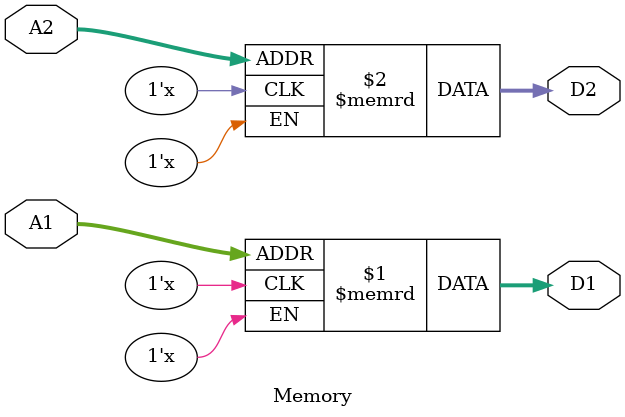
<source format=v>
/* 

Memory unit implementation. 

Contains 512 words each of size 24 bits. For a 
doubly-linked list with 4 words per node, this
memory unit can contain at most 128 nodes.

The maximum value of address A is 508 (512-4).

*/

module Memory (D1, D2, A1, A2);
	parameter memory_size = 512;
	parameter word_size = 24;
	parameter num_bits = $clog2(memory_size);

	output	[word_size-1:0]		D1;
	output	[word_size-1:0]		D2;
	input 	[num_bits-1:0] 		A1;
	input 	[num_bits-1:0] 		A2;

	reg [word_size-1:0] memory[memory_size-1:0];

	// asynchronous read
	assign D1 = memory[A1];
	assign D2 = memory[A2];
endmodule

</source>
